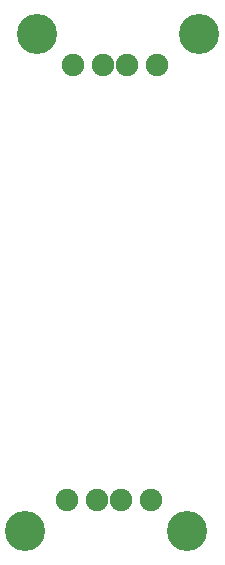
<source format=gts>
G04 #@! TF.FileFunction,Soldermask,Top*
%FSLAX46Y46*%
G04 Gerber Fmt 4.6, Leading zero omitted, Abs format (unit mm)*
G04 Created by KiCad (PCBNEW 4.0.4-stable) date 09/22/16 21:37:27*
%MOMM*%
%LPD*%
G01*
G04 APERTURE LIST*
%ADD10C,0.100000*%
%ADD11C,1.901140*%
%ADD12C,3.399740*%
G04 APERTURE END LIST*
D10*
D11*
X121412860Y-107947880D03*
X118872860Y-107947880D03*
X116840860Y-107947880D03*
X114300860Y-107947880D03*
D12*
X124460860Y-110614880D03*
X110744860Y-110614880D03*
D11*
X114807140Y-71122120D03*
X117347140Y-71122120D03*
X119379140Y-71122120D03*
X121919140Y-71122120D03*
D12*
X111759140Y-68455120D03*
X125475140Y-68455120D03*
M02*

</source>
